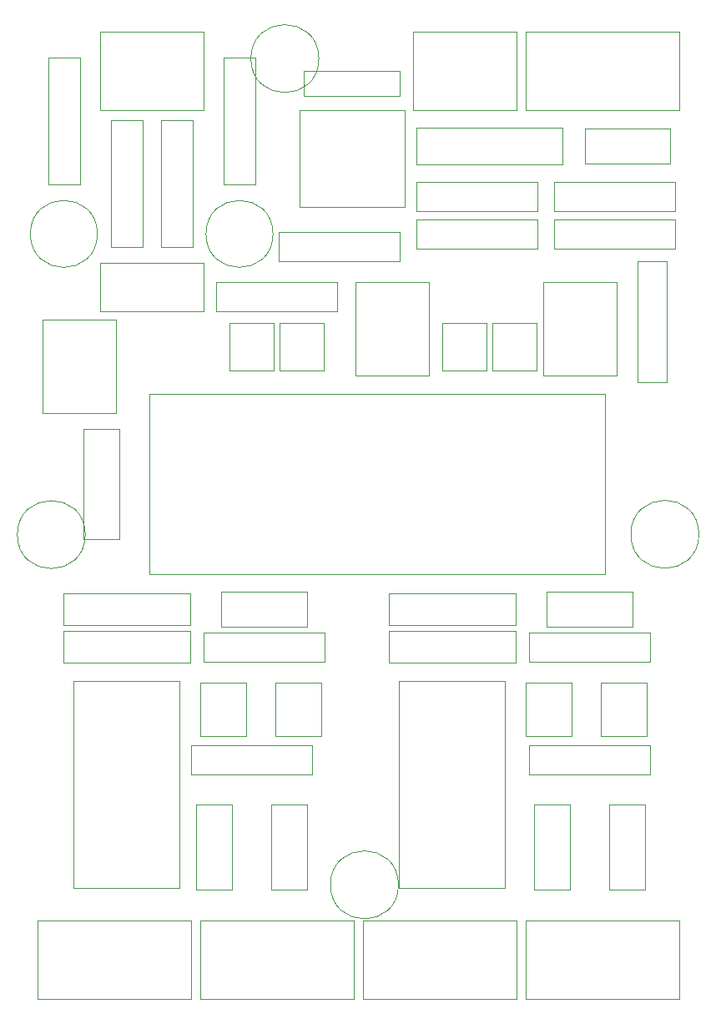
<source format=gbr>
%TF.GenerationSoftware,KiCad,Pcbnew,(6.0.6)*%
%TF.CreationDate,2023-08-03T10:39:42+02:00*%
%TF.ProjectId,SM01,534d3031-2e6b-4696-9361-645f70636258,1.2*%
%TF.SameCoordinates,Original*%
%TF.FileFunction,Other,User*%
%FSLAX46Y46*%
G04 Gerber Fmt 4.6, Leading zero omitted, Abs format (unit mm)*
G04 Created by KiCad (PCBNEW (6.0.6)) date 2023-08-03 10:39:42*
%MOMM*%
%LPD*%
G01*
G04 APERTURE LIST*
%ADD10C,0.050000*%
G04 APERTURE END LIST*
D10*
%TO.C,H4*%
X19936750Y-68609574D02*
G75*
G03*
X19936750Y-68609574I-3450000J0D01*
G01*
%TO.C,A1*%
X72640000Y-54370000D02*
X72640000Y-72650000D01*
X72640000Y-54370000D02*
X26420000Y-54370000D01*
X26420000Y-72650000D02*
X72640000Y-72650000D01*
X26420000Y-72650000D02*
X26420000Y-54370000D01*
%TO.C,C1*%
X21160000Y-38100000D02*
G75*
G03*
X21160000Y-38100000I-3400000J0D01*
G01*
%TO.C,C2*%
X38980000Y-38100000D02*
G75*
G03*
X38980000Y-38100000I-3400000J0D01*
G01*
%TO.C,D1*%
X33960000Y-20240000D02*
X33960000Y-33100000D01*
X33960000Y-33100000D02*
X37160000Y-33100000D01*
X37160000Y-33100000D02*
X37160000Y-20240000D01*
X37160000Y-20240000D02*
X33960000Y-20240000D01*
%TO.C,D2*%
X30810000Y-39450000D02*
X30810000Y-26590000D01*
X27610000Y-26590000D02*
X27610000Y-39450000D01*
X30810000Y-26590000D02*
X27610000Y-26590000D01*
X27610000Y-39450000D02*
X30810000Y-39450000D01*
%TO.C,D3*%
X16180000Y-33100000D02*
X19380000Y-33100000D01*
X16180000Y-20240000D02*
X16180000Y-33100000D01*
X19380000Y-20240000D02*
X16180000Y-20240000D01*
X19380000Y-33100000D02*
X19380000Y-20240000D01*
%TO.C,D4*%
X22530000Y-26590000D02*
X22530000Y-39450000D01*
X25730000Y-26590000D02*
X22530000Y-26590000D01*
X22530000Y-39450000D02*
X25730000Y-39450000D01*
X25730000Y-39450000D02*
X25730000Y-26590000D01*
%TO.C,D10*%
X63580000Y-78410000D02*
X50720000Y-78410000D01*
X63580000Y-81610000D02*
X63580000Y-78410000D01*
X50720000Y-78410000D02*
X50720000Y-81610000D01*
X50720000Y-81610000D02*
X63580000Y-81610000D01*
%TO.C,D11*%
X63580000Y-77800000D02*
X63580000Y-74600000D01*
X50720000Y-74600000D02*
X50720000Y-77800000D01*
X63580000Y-74600000D02*
X50720000Y-74600000D01*
X50720000Y-77800000D02*
X63580000Y-77800000D01*
%TO.C,J1*%
X63670000Y-25590000D02*
X53170000Y-25590000D01*
X53170000Y-17590000D02*
X53170000Y-25590000D01*
X63670000Y-25590000D02*
X63670000Y-17590000D01*
X53170000Y-17590000D02*
X63670000Y-17590000D01*
%TO.C,J2*%
X21420000Y-17590000D02*
X31920000Y-17590000D01*
X31920000Y-25590000D02*
X31920000Y-17590000D01*
X31920000Y-25590000D02*
X21420000Y-25590000D01*
X21420000Y-17590000D02*
X21420000Y-25590000D01*
%TO.C,J3*%
X80190000Y-25590000D02*
X64590000Y-25590000D01*
X80190000Y-25590000D02*
X80190000Y-17590000D01*
X64590000Y-17590000D02*
X80190000Y-17590000D01*
X64590000Y-17590000D02*
X64590000Y-25590000D01*
%TO.C,J8*%
X15060000Y-107760000D02*
X30660000Y-107760000D01*
X30660000Y-115760000D02*
X15060000Y-115760000D01*
X30660000Y-115760000D02*
X30660000Y-107760000D01*
X15060000Y-107760000D02*
X15060000Y-115760000D01*
%TO.C,J9*%
X31570000Y-107760000D02*
X31570000Y-115760000D01*
X47170000Y-115760000D02*
X47170000Y-107760000D01*
X47170000Y-115760000D02*
X31570000Y-115760000D01*
X31570000Y-107760000D02*
X47170000Y-107760000D01*
%TO.C,J10*%
X63680000Y-115760000D02*
X63680000Y-107760000D01*
X48080000Y-107760000D02*
X48080000Y-115760000D01*
X63680000Y-115760000D02*
X48080000Y-115760000D01*
X48080000Y-107760000D02*
X63680000Y-107760000D01*
%TO.C,J11*%
X80190000Y-115760000D02*
X80190000Y-107760000D01*
X64590000Y-107760000D02*
X80190000Y-107760000D01*
X64590000Y-107760000D02*
X64590000Y-115760000D01*
X80190000Y-115760000D02*
X64590000Y-115760000D01*
%TO.C,K1*%
X18770000Y-104490000D02*
X29470000Y-104490000D01*
X29470000Y-104490000D02*
X29470000Y-83490000D01*
X29470000Y-83490000D02*
X18770000Y-83490000D01*
X18770000Y-83490000D02*
X18770000Y-104490000D01*
%TO.C,K2*%
X51790000Y-83490000D02*
X51790000Y-104490000D01*
X62490000Y-104490000D02*
X62490000Y-83490000D01*
X51790000Y-104490000D02*
X62490000Y-104490000D01*
X62490000Y-83490000D02*
X51790000Y-83490000D01*
%TO.C,Q4*%
X72200000Y-89090000D02*
X76940000Y-89090000D01*
X76940000Y-83630000D02*
X76940000Y-89090000D01*
X72200000Y-89090000D02*
X72200000Y-83630000D01*
X76940000Y-83630000D02*
X72200000Y-83630000D01*
%TO.C,R1*%
X53560000Y-31060000D02*
X68360000Y-31060000D01*
X68360000Y-31060000D02*
X68360000Y-27360000D01*
X68360000Y-27360000D02*
X53560000Y-27360000D01*
X53560000Y-27360000D02*
X53560000Y-31060000D01*
%TO.C,R2*%
X79790000Y-35790000D02*
X79790000Y-32790000D01*
X67530000Y-35790000D02*
X79790000Y-35790000D01*
X79790000Y-32790000D02*
X67530000Y-32790000D01*
X67530000Y-32790000D02*
X67530000Y-35790000D01*
%TO.C,R3*%
X67530000Y-39600000D02*
X79790000Y-39600000D01*
X67530000Y-36600000D02*
X67530000Y-39600000D01*
X79790000Y-39600000D02*
X79790000Y-36600000D01*
X79790000Y-36600000D02*
X67530000Y-36600000D01*
%TO.C,R4*%
X75970000Y-53120000D02*
X78970000Y-53120000D01*
X78970000Y-53120000D02*
X78970000Y-40860000D01*
X75970000Y-40860000D02*
X75970000Y-53120000D01*
X78970000Y-40860000D02*
X75970000Y-40860000D01*
%TO.C,R5*%
X53560000Y-32790000D02*
X53560000Y-35790000D01*
X65820000Y-35790000D02*
X65820000Y-32790000D01*
X65820000Y-32790000D02*
X53560000Y-32790000D01*
X53560000Y-35790000D02*
X65820000Y-35790000D01*
%TO.C,R6*%
X39590000Y-40870000D02*
X51850000Y-40870000D01*
X39590000Y-37870000D02*
X39590000Y-40870000D01*
X51850000Y-40870000D02*
X51850000Y-37870000D01*
X51850000Y-37870000D02*
X39590000Y-37870000D01*
%TO.C,R7*%
X45500000Y-45950000D02*
X45500000Y-42950000D01*
X33240000Y-45950000D02*
X45500000Y-45950000D01*
X33240000Y-42950000D02*
X33240000Y-45950000D01*
X45500000Y-42950000D02*
X33240000Y-42950000D01*
%TO.C,R8*%
X65820000Y-36600000D02*
X53560000Y-36600000D01*
X53560000Y-36600000D02*
X53560000Y-39600000D01*
X65820000Y-39600000D02*
X65820000Y-36600000D01*
X53560000Y-39600000D02*
X65820000Y-39600000D01*
%TO.C,R9*%
X31970000Y-78510000D02*
X31970000Y-81510000D01*
X44230000Y-78510000D02*
X31970000Y-78510000D01*
X44230000Y-81510000D02*
X44230000Y-78510000D01*
X31970000Y-81510000D02*
X44230000Y-81510000D01*
%TO.C,R10*%
X30700000Y-89940000D02*
X30700000Y-92940000D01*
X42960000Y-89940000D02*
X30700000Y-89940000D01*
X30700000Y-92940000D02*
X42960000Y-92940000D01*
X42960000Y-92940000D02*
X42960000Y-89940000D01*
%TO.C,R12*%
X64990000Y-92940000D02*
X77250000Y-92940000D01*
X77250000Y-89940000D02*
X64990000Y-89940000D01*
X64990000Y-89940000D02*
X64990000Y-92940000D01*
X77250000Y-92940000D02*
X77250000Y-89940000D01*
%TO.C,SW1*%
X15590000Y-56010000D02*
X15590000Y-47010000D01*
X23090000Y-56260000D02*
X22840000Y-56260000D01*
X15590000Y-46760000D02*
X15590000Y-47010000D01*
X23090000Y-46760000D02*
X23090000Y-47010000D01*
X22840000Y-56260000D02*
X15840000Y-56260000D01*
X15590000Y-56260000D02*
X15840000Y-56260000D01*
X23090000Y-56010000D02*
X23090000Y-56260000D01*
X23090000Y-47010000D02*
X23090000Y-56010000D01*
X22840000Y-46760000D02*
X23090000Y-46760000D01*
X15840000Y-46760000D02*
X22840000Y-46760000D01*
X15590000Y-56010000D02*
X15590000Y-56260000D01*
X15840000Y-46760000D02*
X15590000Y-46760000D01*
%TO.C,SW2*%
X47340000Y-52200000D02*
X47340000Y-52450000D01*
X54840000Y-52200000D02*
X54840000Y-52450000D01*
X54840000Y-52450000D02*
X54590000Y-52450000D01*
X47590000Y-42950000D02*
X47340000Y-42950000D01*
X47340000Y-52450000D02*
X47590000Y-52450000D01*
X47340000Y-42950000D02*
X47340000Y-43200000D01*
X47340000Y-52200000D02*
X47340000Y-43200000D01*
X47590000Y-42950000D02*
X54590000Y-42950000D01*
X54590000Y-52450000D02*
X47590000Y-52450000D01*
X54840000Y-42950000D02*
X54840000Y-43200000D01*
X54840000Y-43200000D02*
X54840000Y-52200000D01*
X54590000Y-42950000D02*
X54840000Y-42950000D01*
%TO.C,SW3*%
X66390000Y-52450000D02*
X66640000Y-52450000D01*
X73890000Y-43200000D02*
X73890000Y-52200000D01*
X73890000Y-52200000D02*
X73890000Y-52450000D01*
X66640000Y-42950000D02*
X73640000Y-42950000D01*
X66390000Y-52200000D02*
X66390000Y-43200000D01*
X73640000Y-42950000D02*
X73890000Y-42950000D01*
X66640000Y-42950000D02*
X66390000Y-42950000D01*
X73640000Y-52450000D02*
X66640000Y-52450000D01*
X73890000Y-42950000D02*
X73890000Y-43200000D01*
X73890000Y-52450000D02*
X73640000Y-52450000D01*
X66390000Y-42950000D02*
X66390000Y-43200000D01*
X66390000Y-52200000D02*
X66390000Y-52450000D01*
%TO.C,U1*%
X41650000Y-35370000D02*
X52350000Y-35370000D01*
X52350000Y-35370000D02*
X52350000Y-25570000D01*
X52350000Y-25570000D02*
X41650000Y-25570000D01*
X41650000Y-25570000D02*
X41650000Y-35370000D01*
%TO.C,U2*%
X31920000Y-45960000D02*
X31920000Y-41050000D01*
X21420000Y-45960000D02*
X31920000Y-45960000D01*
X21420000Y-41050000D02*
X21420000Y-45960000D01*
X31920000Y-41050000D02*
X21420000Y-41050000D01*
%TO.C,J5*%
X23390000Y-57890000D02*
X19790000Y-57890000D01*
X19790000Y-57890000D02*
X19790000Y-69090000D01*
X23390000Y-69090000D02*
X23390000Y-57890000D01*
X19790000Y-69090000D02*
X23390000Y-69090000D01*
%TO.C,Q1*%
X36300000Y-83630000D02*
X36300000Y-89090000D01*
X31560000Y-89090000D02*
X31560000Y-83630000D01*
X36300000Y-83630000D02*
X31560000Y-83630000D01*
X31560000Y-89090000D02*
X36300000Y-89090000D01*
%TO.C,Q3*%
X69320000Y-83630000D02*
X64580000Y-83630000D01*
X69320000Y-83630000D02*
X69320000Y-89090000D01*
X64580000Y-89090000D02*
X64580000Y-83630000D01*
X64580000Y-89090000D02*
X69320000Y-89090000D01*
%TO.C,Q2*%
X39180000Y-89090000D02*
X43920000Y-89090000D01*
X43920000Y-83630000D02*
X39180000Y-83630000D01*
X43920000Y-83630000D02*
X43920000Y-89090000D01*
X39180000Y-89090000D02*
X39180000Y-83630000D01*
%TO.C,D5*%
X51850000Y-21610000D02*
X42130000Y-21610000D01*
X42130000Y-21610000D02*
X42130000Y-24110000D01*
X42130000Y-24110000D02*
X51850000Y-24110000D01*
X51850000Y-24110000D02*
X51850000Y-21610000D01*
%TO.C,J6*%
X33760000Y-78000000D02*
X42410000Y-78000000D01*
X33760000Y-74400000D02*
X33760000Y-78000000D01*
X42410000Y-74400000D02*
X33760000Y-74400000D01*
X42410000Y-78000000D02*
X42410000Y-74400000D01*
%TO.C,J7*%
X75430000Y-78000000D02*
X75430000Y-74400000D01*
X66780000Y-74400000D02*
X66780000Y-78000000D01*
X75430000Y-74400000D02*
X66780000Y-74400000D01*
X66780000Y-78000000D02*
X75430000Y-78000000D01*
%TO.C,R11*%
X64990000Y-81510000D02*
X77250000Y-81510000D01*
X64990000Y-78510000D02*
X64990000Y-81510000D01*
X77250000Y-81510000D02*
X77250000Y-78510000D01*
X77250000Y-78510000D02*
X64990000Y-78510000D01*
%TO.C,J4*%
X70620000Y-31010000D02*
X79270000Y-31010000D01*
X70620000Y-27410000D02*
X70620000Y-31010000D01*
X79270000Y-27410000D02*
X70620000Y-27410000D01*
X79270000Y-31010000D02*
X79270000Y-27410000D01*
%TO.C,J12*%
X34820000Y-104640000D02*
X34820000Y-95990000D01*
X31220000Y-95990000D02*
X31220000Y-104640000D01*
X34820000Y-95990000D02*
X31220000Y-95990000D01*
X31220000Y-104640000D02*
X34820000Y-104640000D01*
%TO.C,J13*%
X38840000Y-95990000D02*
X38840000Y-104640000D01*
X42440000Y-95990000D02*
X38840000Y-95990000D01*
X38840000Y-104640000D02*
X42440000Y-104640000D01*
X42440000Y-104640000D02*
X42440000Y-95990000D01*
%TO.C,J14*%
X65510000Y-104640000D02*
X69110000Y-104640000D01*
X65510000Y-95990000D02*
X65510000Y-104640000D01*
X69110000Y-104640000D02*
X69110000Y-95990000D01*
X69110000Y-95990000D02*
X65510000Y-95990000D01*
%TO.C,J15*%
X76730000Y-104640000D02*
X76730000Y-95990000D01*
X73130000Y-104640000D02*
X76730000Y-104640000D01*
X76730000Y-95990000D02*
X73130000Y-95990000D01*
X73130000Y-95990000D02*
X73130000Y-104640000D01*
%TO.C,D6*%
X34580000Y-47110000D02*
X34580000Y-51960000D01*
X39080000Y-47110000D02*
X34580000Y-47110000D01*
X34580000Y-51960000D02*
X39080000Y-51960000D01*
X39080000Y-51960000D02*
X39080000Y-47110000D01*
%TO.C,D7*%
X44160000Y-47110000D02*
X39660000Y-47110000D01*
X39660000Y-51960000D02*
X44160000Y-51960000D01*
X39660000Y-47110000D02*
X39660000Y-51960000D01*
X44160000Y-51960000D02*
X44160000Y-47110000D01*
%TO.C,D8*%
X56170000Y-51960000D02*
X60670000Y-51960000D01*
X60670000Y-47110000D02*
X56170000Y-47110000D01*
X60670000Y-51960000D02*
X60670000Y-47110000D01*
X56170000Y-47110000D02*
X56170000Y-51960000D01*
%TO.C,D9*%
X61250000Y-51960000D02*
X65750000Y-51960000D01*
X61250000Y-47110000D02*
X61250000Y-51960000D01*
X65750000Y-51960000D02*
X65750000Y-47110000D01*
X65750000Y-47110000D02*
X61250000Y-47110000D01*
%TO.C,D12*%
X17700000Y-74600000D02*
X17700000Y-77800000D01*
X30560000Y-77800000D02*
X30560000Y-74600000D01*
X17700000Y-77800000D02*
X30560000Y-77800000D01*
X30560000Y-74600000D02*
X17700000Y-74600000D01*
%TO.C,D13*%
X30560000Y-81610000D02*
X30560000Y-78410000D01*
X17700000Y-78410000D02*
X17700000Y-81610000D01*
X30560000Y-78410000D02*
X17700000Y-78410000D01*
X17700000Y-81610000D02*
X30560000Y-81610000D01*
%TO.C,H1*%
X43633559Y-20319999D02*
G75*
G03*
X43633559Y-20319999I-3450000J0D01*
G01*
%TO.C,H2*%
X82190000Y-68580000D02*
G75*
G03*
X82190000Y-68580000I-3450000J0D01*
G01*
%TO.C,H3*%
X51710000Y-104140000D02*
G75*
G03*
X51710000Y-104140000I-3450000J0D01*
G01*
%TD*%
M02*

</source>
